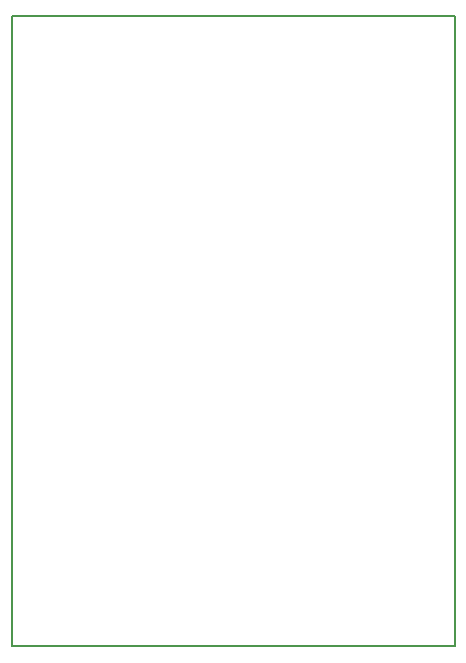
<source format=gm1>
G04 #@! TF.GenerationSoftware,KiCad,Pcbnew,(5.0.2)-1*
G04 #@! TF.CreationDate,2019-01-05T13:13:43+08:00*
G04 #@! TF.ProjectId,PSU 4CH,50535520-3443-4482-9e6b-696361645f70,rev?*
G04 #@! TF.SameCoordinates,Original*
G04 #@! TF.FileFunction,Profile,NP*
%FSLAX46Y46*%
G04 Gerber Fmt 4.6, Leading zero omitted, Abs format (unit mm)*
G04 Created by KiCad (PCBNEW (5.0.2)-1) date 01/05/19 13:13:43*
%MOMM*%
%LPD*%
G01*
G04 APERTURE LIST*
%ADD10C,0.150000*%
G04 APERTURE END LIST*
D10*
X106680000Y-36830000D02*
X106680000Y-90170000D01*
X144145000Y-36830000D02*
X106680000Y-36830000D01*
X144145000Y-90170000D02*
X144145000Y-36830000D01*
X106680000Y-90170000D02*
X144145000Y-90170000D01*
M02*

</source>
